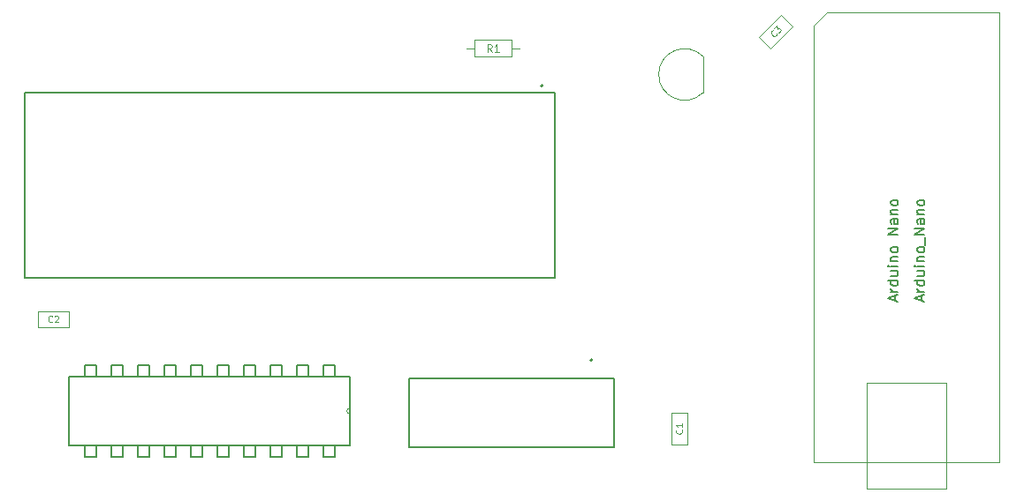
<source format=gbr>
G04 #@! TF.GenerationSoftware,KiCad,Pcbnew,8.99.0-unknown-5c22162d85~178~ubuntu22.04.1*
G04 #@! TF.CreationDate,2024-07-16T15:48:17+01:00*
G04 #@! TF.ProjectId,Leguino,4c656775-696e-46f2-9e6b-696361645f70,1.0.1*
G04 #@! TF.SameCoordinates,Original*
G04 #@! TF.FileFunction,AssemblyDrawing,Top*
%FSLAX46Y46*%
G04 Gerber Fmt 4.6, Leading zero omitted, Abs format (unit mm)*
G04 Created by KiCad (PCBNEW 8.99.0-unknown-5c22162d85~178~ubuntu22.04.1) date 2024-07-16 15:48:17*
%MOMM*%
%LPD*%
G01*
G04 APERTURE LIST*
%ADD10C,0.108000*%
%ADD11C,0.150000*%
%ADD12C,0.090000*%
%ADD13C,0.100000*%
%ADD14C,0.127000*%
%ADD15C,0.200000*%
%ADD16C,0.152400*%
G04 APERTURE END LIST*
D10*
X190266396Y-75441073D02*
X190026396Y-75098216D01*
X189854967Y-75441073D02*
X189854967Y-74721073D01*
X189854967Y-74721073D02*
X190129253Y-74721073D01*
X190129253Y-74721073D02*
X190197824Y-74755359D01*
X190197824Y-74755359D02*
X190232110Y-74789645D01*
X190232110Y-74789645D02*
X190266396Y-74858216D01*
X190266396Y-74858216D02*
X190266396Y-74961073D01*
X190266396Y-74961073D02*
X190232110Y-75029645D01*
X190232110Y-75029645D02*
X190197824Y-75063930D01*
X190197824Y-75063930D02*
X190129253Y-75098216D01*
X190129253Y-75098216D02*
X189854967Y-75098216D01*
X190952110Y-75441073D02*
X190540681Y-75441073D01*
X190746396Y-75441073D02*
X190746396Y-74721073D01*
X190746396Y-74721073D02*
X190677824Y-74823930D01*
X190677824Y-74823930D02*
X190609253Y-74892502D01*
X190609253Y-74892502D02*
X190540681Y-74926788D01*
D11*
X231449104Y-99357142D02*
X231449104Y-98880952D01*
X231734819Y-99452380D02*
X230734819Y-99119047D01*
X230734819Y-99119047D02*
X231734819Y-98785714D01*
X231734819Y-98452380D02*
X231068152Y-98452380D01*
X231258628Y-98452380D02*
X231163390Y-98404761D01*
X231163390Y-98404761D02*
X231115771Y-98357142D01*
X231115771Y-98357142D02*
X231068152Y-98261904D01*
X231068152Y-98261904D02*
X231068152Y-98166666D01*
X231734819Y-97404761D02*
X230734819Y-97404761D01*
X231687200Y-97404761D02*
X231734819Y-97499999D01*
X231734819Y-97499999D02*
X231734819Y-97690475D01*
X231734819Y-97690475D02*
X231687200Y-97785713D01*
X231687200Y-97785713D02*
X231639580Y-97833332D01*
X231639580Y-97833332D02*
X231544342Y-97880951D01*
X231544342Y-97880951D02*
X231258628Y-97880951D01*
X231258628Y-97880951D02*
X231163390Y-97833332D01*
X231163390Y-97833332D02*
X231115771Y-97785713D01*
X231115771Y-97785713D02*
X231068152Y-97690475D01*
X231068152Y-97690475D02*
X231068152Y-97499999D01*
X231068152Y-97499999D02*
X231115771Y-97404761D01*
X231068152Y-96499999D02*
X231734819Y-96499999D01*
X231068152Y-96928570D02*
X231591961Y-96928570D01*
X231591961Y-96928570D02*
X231687200Y-96880951D01*
X231687200Y-96880951D02*
X231734819Y-96785713D01*
X231734819Y-96785713D02*
X231734819Y-96642856D01*
X231734819Y-96642856D02*
X231687200Y-96547618D01*
X231687200Y-96547618D02*
X231639580Y-96499999D01*
X231734819Y-96023808D02*
X231068152Y-96023808D01*
X230734819Y-96023808D02*
X230782438Y-96071427D01*
X230782438Y-96071427D02*
X230830057Y-96023808D01*
X230830057Y-96023808D02*
X230782438Y-95976189D01*
X230782438Y-95976189D02*
X230734819Y-96023808D01*
X230734819Y-96023808D02*
X230830057Y-96023808D01*
X231068152Y-95547618D02*
X231734819Y-95547618D01*
X231163390Y-95547618D02*
X231115771Y-95499999D01*
X231115771Y-95499999D02*
X231068152Y-95404761D01*
X231068152Y-95404761D02*
X231068152Y-95261904D01*
X231068152Y-95261904D02*
X231115771Y-95166666D01*
X231115771Y-95166666D02*
X231211009Y-95119047D01*
X231211009Y-95119047D02*
X231734819Y-95119047D01*
X231734819Y-94499999D02*
X231687200Y-94595237D01*
X231687200Y-94595237D02*
X231639580Y-94642856D01*
X231639580Y-94642856D02*
X231544342Y-94690475D01*
X231544342Y-94690475D02*
X231258628Y-94690475D01*
X231258628Y-94690475D02*
X231163390Y-94642856D01*
X231163390Y-94642856D02*
X231115771Y-94595237D01*
X231115771Y-94595237D02*
X231068152Y-94499999D01*
X231068152Y-94499999D02*
X231068152Y-94357142D01*
X231068152Y-94357142D02*
X231115771Y-94261904D01*
X231115771Y-94261904D02*
X231163390Y-94214285D01*
X231163390Y-94214285D02*
X231258628Y-94166666D01*
X231258628Y-94166666D02*
X231544342Y-94166666D01*
X231544342Y-94166666D02*
X231639580Y-94214285D01*
X231639580Y-94214285D02*
X231687200Y-94261904D01*
X231687200Y-94261904D02*
X231734819Y-94357142D01*
X231734819Y-94357142D02*
X231734819Y-94499999D01*
X231830057Y-93976190D02*
X231830057Y-93214285D01*
X231734819Y-92976189D02*
X230734819Y-92976189D01*
X230734819Y-92976189D02*
X231734819Y-92404761D01*
X231734819Y-92404761D02*
X230734819Y-92404761D01*
X231734819Y-91499999D02*
X231211009Y-91499999D01*
X231211009Y-91499999D02*
X231115771Y-91547618D01*
X231115771Y-91547618D02*
X231068152Y-91642856D01*
X231068152Y-91642856D02*
X231068152Y-91833332D01*
X231068152Y-91833332D02*
X231115771Y-91928570D01*
X231687200Y-91499999D02*
X231734819Y-91595237D01*
X231734819Y-91595237D02*
X231734819Y-91833332D01*
X231734819Y-91833332D02*
X231687200Y-91928570D01*
X231687200Y-91928570D02*
X231591961Y-91976189D01*
X231591961Y-91976189D02*
X231496723Y-91976189D01*
X231496723Y-91976189D02*
X231401485Y-91928570D01*
X231401485Y-91928570D02*
X231353866Y-91833332D01*
X231353866Y-91833332D02*
X231353866Y-91595237D01*
X231353866Y-91595237D02*
X231306247Y-91499999D01*
X231068152Y-91023808D02*
X231734819Y-91023808D01*
X231163390Y-91023808D02*
X231115771Y-90976189D01*
X231115771Y-90976189D02*
X231068152Y-90880951D01*
X231068152Y-90880951D02*
X231068152Y-90738094D01*
X231068152Y-90738094D02*
X231115771Y-90642856D01*
X231115771Y-90642856D02*
X231211009Y-90595237D01*
X231211009Y-90595237D02*
X231734819Y-90595237D01*
X231734819Y-89976189D02*
X231687200Y-90071427D01*
X231687200Y-90071427D02*
X231639580Y-90119046D01*
X231639580Y-90119046D02*
X231544342Y-90166665D01*
X231544342Y-90166665D02*
X231258628Y-90166665D01*
X231258628Y-90166665D02*
X231163390Y-90119046D01*
X231163390Y-90119046D02*
X231115771Y-90071427D01*
X231115771Y-90071427D02*
X231068152Y-89976189D01*
X231068152Y-89976189D02*
X231068152Y-89833332D01*
X231068152Y-89833332D02*
X231115771Y-89738094D01*
X231115771Y-89738094D02*
X231163390Y-89690475D01*
X231163390Y-89690475D02*
X231258628Y-89642856D01*
X231258628Y-89642856D02*
X231544342Y-89642856D01*
X231544342Y-89642856D02*
X231639580Y-89690475D01*
X231639580Y-89690475D02*
X231687200Y-89738094D01*
X231687200Y-89738094D02*
X231734819Y-89833332D01*
X231734819Y-89833332D02*
X231734819Y-89976189D01*
X228909104Y-99357142D02*
X228909104Y-98880952D01*
X229194819Y-99452380D02*
X228194819Y-99119047D01*
X228194819Y-99119047D02*
X229194819Y-98785714D01*
X229194819Y-98452380D02*
X228528152Y-98452380D01*
X228718628Y-98452380D02*
X228623390Y-98404761D01*
X228623390Y-98404761D02*
X228575771Y-98357142D01*
X228575771Y-98357142D02*
X228528152Y-98261904D01*
X228528152Y-98261904D02*
X228528152Y-98166666D01*
X229194819Y-97404761D02*
X228194819Y-97404761D01*
X229147200Y-97404761D02*
X229194819Y-97499999D01*
X229194819Y-97499999D02*
X229194819Y-97690475D01*
X229194819Y-97690475D02*
X229147200Y-97785713D01*
X229147200Y-97785713D02*
X229099580Y-97833332D01*
X229099580Y-97833332D02*
X229004342Y-97880951D01*
X229004342Y-97880951D02*
X228718628Y-97880951D01*
X228718628Y-97880951D02*
X228623390Y-97833332D01*
X228623390Y-97833332D02*
X228575771Y-97785713D01*
X228575771Y-97785713D02*
X228528152Y-97690475D01*
X228528152Y-97690475D02*
X228528152Y-97499999D01*
X228528152Y-97499999D02*
X228575771Y-97404761D01*
X228528152Y-96499999D02*
X229194819Y-96499999D01*
X228528152Y-96928570D02*
X229051961Y-96928570D01*
X229051961Y-96928570D02*
X229147200Y-96880951D01*
X229147200Y-96880951D02*
X229194819Y-96785713D01*
X229194819Y-96785713D02*
X229194819Y-96642856D01*
X229194819Y-96642856D02*
X229147200Y-96547618D01*
X229147200Y-96547618D02*
X229099580Y-96499999D01*
X229194819Y-96023808D02*
X228528152Y-96023808D01*
X228194819Y-96023808D02*
X228242438Y-96071427D01*
X228242438Y-96071427D02*
X228290057Y-96023808D01*
X228290057Y-96023808D02*
X228242438Y-95976189D01*
X228242438Y-95976189D02*
X228194819Y-96023808D01*
X228194819Y-96023808D02*
X228290057Y-96023808D01*
X228528152Y-95547618D02*
X229194819Y-95547618D01*
X228623390Y-95547618D02*
X228575771Y-95499999D01*
X228575771Y-95499999D02*
X228528152Y-95404761D01*
X228528152Y-95404761D02*
X228528152Y-95261904D01*
X228528152Y-95261904D02*
X228575771Y-95166666D01*
X228575771Y-95166666D02*
X228671009Y-95119047D01*
X228671009Y-95119047D02*
X229194819Y-95119047D01*
X229194819Y-94499999D02*
X229147200Y-94595237D01*
X229147200Y-94595237D02*
X229099580Y-94642856D01*
X229099580Y-94642856D02*
X229004342Y-94690475D01*
X229004342Y-94690475D02*
X228718628Y-94690475D01*
X228718628Y-94690475D02*
X228623390Y-94642856D01*
X228623390Y-94642856D02*
X228575771Y-94595237D01*
X228575771Y-94595237D02*
X228528152Y-94499999D01*
X228528152Y-94499999D02*
X228528152Y-94357142D01*
X228528152Y-94357142D02*
X228575771Y-94261904D01*
X228575771Y-94261904D02*
X228623390Y-94214285D01*
X228623390Y-94214285D02*
X228718628Y-94166666D01*
X228718628Y-94166666D02*
X229004342Y-94166666D01*
X229004342Y-94166666D02*
X229099580Y-94214285D01*
X229099580Y-94214285D02*
X229147200Y-94261904D01*
X229147200Y-94261904D02*
X229194819Y-94357142D01*
X229194819Y-94357142D02*
X229194819Y-94499999D01*
X229194819Y-92976189D02*
X228194819Y-92976189D01*
X228194819Y-92976189D02*
X229194819Y-92404761D01*
X229194819Y-92404761D02*
X228194819Y-92404761D01*
X229194819Y-91499999D02*
X228671009Y-91499999D01*
X228671009Y-91499999D02*
X228575771Y-91547618D01*
X228575771Y-91547618D02*
X228528152Y-91642856D01*
X228528152Y-91642856D02*
X228528152Y-91833332D01*
X228528152Y-91833332D02*
X228575771Y-91928570D01*
X229147200Y-91499999D02*
X229194819Y-91595237D01*
X229194819Y-91595237D02*
X229194819Y-91833332D01*
X229194819Y-91833332D02*
X229147200Y-91928570D01*
X229147200Y-91928570D02*
X229051961Y-91976189D01*
X229051961Y-91976189D02*
X228956723Y-91976189D01*
X228956723Y-91976189D02*
X228861485Y-91928570D01*
X228861485Y-91928570D02*
X228813866Y-91833332D01*
X228813866Y-91833332D02*
X228813866Y-91595237D01*
X228813866Y-91595237D02*
X228766247Y-91499999D01*
X228528152Y-91023808D02*
X229194819Y-91023808D01*
X228623390Y-91023808D02*
X228575771Y-90976189D01*
X228575771Y-90976189D02*
X228528152Y-90880951D01*
X228528152Y-90880951D02*
X228528152Y-90738094D01*
X228528152Y-90738094D02*
X228575771Y-90642856D01*
X228575771Y-90642856D02*
X228671009Y-90595237D01*
X228671009Y-90595237D02*
X229194819Y-90595237D01*
X229194819Y-89976189D02*
X229147200Y-90071427D01*
X229147200Y-90071427D02*
X229099580Y-90119046D01*
X229099580Y-90119046D02*
X229004342Y-90166665D01*
X229004342Y-90166665D02*
X228718628Y-90166665D01*
X228718628Y-90166665D02*
X228623390Y-90119046D01*
X228623390Y-90119046D02*
X228575771Y-90071427D01*
X228575771Y-90071427D02*
X228528152Y-89976189D01*
X228528152Y-89976189D02*
X228528152Y-89833332D01*
X228528152Y-89833332D02*
X228575771Y-89738094D01*
X228575771Y-89738094D02*
X228623390Y-89690475D01*
X228623390Y-89690475D02*
X228718628Y-89642856D01*
X228718628Y-89642856D02*
X229004342Y-89642856D01*
X229004342Y-89642856D02*
X229099580Y-89690475D01*
X229099580Y-89690475D02*
X229147200Y-89738094D01*
X229147200Y-89738094D02*
X229194819Y-89833332D01*
X229194819Y-89833332D02*
X229194819Y-89976189D01*
D12*
X208470238Y-111713603D02*
X208498810Y-111742175D01*
X208498810Y-111742175D02*
X208527381Y-111827889D01*
X208527381Y-111827889D02*
X208527381Y-111885032D01*
X208527381Y-111885032D02*
X208498810Y-111970746D01*
X208498810Y-111970746D02*
X208441667Y-112027889D01*
X208441667Y-112027889D02*
X208384524Y-112056460D01*
X208384524Y-112056460D02*
X208270238Y-112085032D01*
X208270238Y-112085032D02*
X208184524Y-112085032D01*
X208184524Y-112085032D02*
X208070238Y-112056460D01*
X208070238Y-112056460D02*
X208013095Y-112027889D01*
X208013095Y-112027889D02*
X207955952Y-111970746D01*
X207955952Y-111970746D02*
X207927381Y-111885032D01*
X207927381Y-111885032D02*
X207927381Y-111827889D01*
X207927381Y-111827889D02*
X207955952Y-111742175D01*
X207955952Y-111742175D02*
X207984524Y-111713603D01*
X208527381Y-111142175D02*
X208527381Y-111485032D01*
X208527381Y-111313603D02*
X207927381Y-111313603D01*
X207927381Y-111313603D02*
X208013095Y-111370746D01*
X208013095Y-111370746D02*
X208070238Y-111427889D01*
X208070238Y-111427889D02*
X208098810Y-111485032D01*
X217581845Y-73723268D02*
X217581845Y-73763674D01*
X217581845Y-73763674D02*
X217541439Y-73844487D01*
X217541439Y-73844487D02*
X217501033Y-73884893D01*
X217501033Y-73884893D02*
X217420221Y-73925299D01*
X217420221Y-73925299D02*
X217339409Y-73925299D01*
X217339409Y-73925299D02*
X217278800Y-73905096D01*
X217278800Y-73905096D02*
X217177784Y-73844487D01*
X217177784Y-73844487D02*
X217117175Y-73783877D01*
X217117175Y-73783877D02*
X217056566Y-73682862D01*
X217056566Y-73682862D02*
X217036363Y-73622253D01*
X217036363Y-73622253D02*
X217036363Y-73541441D01*
X217036363Y-73541441D02*
X217076769Y-73460629D01*
X217076769Y-73460629D02*
X217117175Y-73420222D01*
X217117175Y-73420222D02*
X217197987Y-73379816D01*
X217197987Y-73379816D02*
X217238393Y-73379816D01*
X217339409Y-73197989D02*
X217602048Y-72935349D01*
X217602048Y-72935349D02*
X217622251Y-73238395D01*
X217622251Y-73238395D02*
X217682861Y-73177786D01*
X217682861Y-73177786D02*
X217743470Y-73157583D01*
X217743470Y-73157583D02*
X217783876Y-73157583D01*
X217783876Y-73157583D02*
X217844485Y-73177786D01*
X217844485Y-73177786D02*
X217945500Y-73278801D01*
X217945500Y-73278801D02*
X217965703Y-73339410D01*
X217965703Y-73339410D02*
X217965703Y-73379816D01*
X217965703Y-73379816D02*
X217945500Y-73440426D01*
X217945500Y-73440426D02*
X217824282Y-73561644D01*
X217824282Y-73561644D02*
X217763673Y-73581847D01*
X217763673Y-73581847D02*
X217723267Y-73581847D01*
X148154490Y-101329352D02*
X148125918Y-101357924D01*
X148125918Y-101357924D02*
X148040204Y-101386495D01*
X148040204Y-101386495D02*
X147983061Y-101386495D01*
X147983061Y-101386495D02*
X147897347Y-101357924D01*
X147897347Y-101357924D02*
X147840204Y-101300781D01*
X147840204Y-101300781D02*
X147811633Y-101243638D01*
X147811633Y-101243638D02*
X147783061Y-101129352D01*
X147783061Y-101129352D02*
X147783061Y-101043638D01*
X147783061Y-101043638D02*
X147811633Y-100929352D01*
X147811633Y-100929352D02*
X147840204Y-100872209D01*
X147840204Y-100872209D02*
X147897347Y-100815066D01*
X147897347Y-100815066D02*
X147983061Y-100786495D01*
X147983061Y-100786495D02*
X148040204Y-100786495D01*
X148040204Y-100786495D02*
X148125918Y-100815066D01*
X148125918Y-100815066D02*
X148154490Y-100843638D01*
X148383061Y-100843638D02*
X148411633Y-100815066D01*
X148411633Y-100815066D02*
X148468776Y-100786495D01*
X148468776Y-100786495D02*
X148611633Y-100786495D01*
X148611633Y-100786495D02*
X148668776Y-100815066D01*
X148668776Y-100815066D02*
X148697347Y-100843638D01*
X148697347Y-100843638D02*
X148725918Y-100900781D01*
X148725918Y-100900781D02*
X148725918Y-100957924D01*
X148725918Y-100957924D02*
X148697347Y-101043638D01*
X148697347Y-101043638D02*
X148354490Y-101386495D01*
X148354490Y-101386495D02*
X148725918Y-101386495D01*
D13*
X187846396Y-75113604D02*
X188586396Y-75113604D01*
X188586396Y-74313604D02*
X188586396Y-75913604D01*
X188586396Y-75913604D02*
X192186396Y-75913604D01*
X192186396Y-74313604D02*
X188586396Y-74313604D01*
X192186396Y-75913604D02*
X192186396Y-74313604D01*
X192926396Y-75113604D02*
X192186396Y-75113604D01*
D14*
X145544490Y-79343604D02*
X196344490Y-79343604D01*
X145544490Y-97123604D02*
X145544490Y-79343604D01*
X196344490Y-79343604D02*
X196344490Y-97123604D01*
X196344490Y-97123604D02*
X145544490Y-97123604D01*
D15*
X195174490Y-78693604D02*
G75*
G02*
X194974490Y-78693604I-100000J0D01*
G01*
X194974490Y-78693604D02*
G75*
G02*
X195174490Y-78693604I100000J0D01*
G01*
D13*
X210496396Y-79353604D02*
X210496396Y-75853604D01*
X206266396Y-77613604D02*
G75*
G02*
X210500021Y-75859979I2480000J0D01*
G01*
X210500021Y-79367229D02*
G75*
G02*
X206266396Y-77613604I-1753625J1753625D01*
G01*
D14*
X182329490Y-106783604D02*
X182329490Y-113383604D01*
X202019490Y-106783604D02*
X182329490Y-106783604D01*
X202019490Y-106783604D02*
X202019490Y-113383604D01*
X202019490Y-113383604D02*
X182329490Y-113383604D01*
D15*
X199894490Y-105028604D02*
G75*
G02*
X199694490Y-105028604I-100000J0D01*
G01*
X199694490Y-105028604D02*
G75*
G02*
X199894490Y-105028604I100000J0D01*
G01*
D16*
X149774396Y-106621604D02*
X149774396Y-113225604D01*
X149774396Y-113225604D02*
X176698396Y-113225604D01*
X151247596Y-105554804D02*
X151247596Y-106621604D01*
X151247596Y-106621604D02*
X152365196Y-106621604D01*
X151247596Y-113225604D02*
X151247596Y-114292404D01*
X151247596Y-114292404D02*
X152365196Y-114292404D01*
X152365196Y-105554804D02*
X151247596Y-105554804D01*
X152365196Y-106621604D02*
X152365196Y-105554804D01*
X152365196Y-113225604D02*
X151247596Y-113225604D01*
X152365196Y-114292404D02*
X152365196Y-113225604D01*
X153787596Y-105554804D02*
X153787596Y-106621604D01*
X153787596Y-106621604D02*
X154905196Y-106621604D01*
X153787596Y-113225604D02*
X153787596Y-114292404D01*
X153787596Y-114292404D02*
X154905196Y-114292404D01*
X154905196Y-105554804D02*
X153787596Y-105554804D01*
X154905196Y-106621604D02*
X154905196Y-105554804D01*
X154905196Y-113225604D02*
X153787596Y-113225604D01*
X154905196Y-114292404D02*
X154905196Y-113225604D01*
X156327596Y-105554804D02*
X156327596Y-106621604D01*
X156327596Y-106621604D02*
X157445196Y-106621604D01*
X156327596Y-113225604D02*
X156327596Y-114292404D01*
X156327596Y-114292404D02*
X157445196Y-114292404D01*
X157445196Y-105554804D02*
X156327596Y-105554804D01*
X157445196Y-106621604D02*
X157445196Y-105554804D01*
X157445196Y-113225604D02*
X156327596Y-113225604D01*
X157445196Y-114292404D02*
X157445196Y-113225604D01*
X158867596Y-105554804D02*
X158867596Y-106621604D01*
X158867596Y-106621604D02*
X159985196Y-106621604D01*
X158867596Y-113225604D02*
X158867596Y-114292404D01*
X158867596Y-114292404D02*
X159985196Y-114292404D01*
X159985196Y-105554804D02*
X158867596Y-105554804D01*
X159985196Y-106621604D02*
X159985196Y-105554804D01*
X159985196Y-113225604D02*
X158867596Y-113225604D01*
X159985196Y-114292404D02*
X159985196Y-113225604D01*
X161407596Y-105554804D02*
X161407596Y-106621604D01*
X161407596Y-106621604D02*
X162525196Y-106621604D01*
X161407596Y-113225604D02*
X161407596Y-114292404D01*
X161407596Y-114292404D02*
X162525196Y-114292404D01*
X162525196Y-105554804D02*
X161407596Y-105554804D01*
X162525196Y-106621604D02*
X162525196Y-105554804D01*
X162525196Y-113225604D02*
X161407596Y-113225604D01*
X162525196Y-114292404D02*
X162525196Y-113225604D01*
X163947596Y-105554804D02*
X163947596Y-106621604D01*
X163947596Y-106621604D02*
X165065196Y-106621604D01*
X163947596Y-113225604D02*
X163947596Y-114292404D01*
X163947596Y-114292404D02*
X165065196Y-114292404D01*
X165065196Y-105554804D02*
X163947596Y-105554804D01*
X165065196Y-106621604D02*
X165065196Y-105554804D01*
X165065196Y-113225604D02*
X163947596Y-113225604D01*
X165065196Y-114292404D02*
X165065196Y-113225604D01*
X166487596Y-105554804D02*
X166487596Y-106621604D01*
X166487596Y-106621604D02*
X167605196Y-106621604D01*
X166487596Y-113225604D02*
X166487596Y-114292404D01*
X166487596Y-114292404D02*
X167605196Y-114292404D01*
X167605196Y-105554804D02*
X166487596Y-105554804D01*
X167605196Y-106621604D02*
X167605196Y-105554804D01*
X167605196Y-113225604D02*
X166487596Y-113225604D01*
X167605196Y-114292404D02*
X167605196Y-113225604D01*
X169027596Y-105554804D02*
X169027596Y-106621604D01*
X169027596Y-106621604D02*
X170145196Y-106621604D01*
X169027596Y-113225604D02*
X169027596Y-114292404D01*
X169027596Y-114292404D02*
X170145196Y-114292404D01*
X170145196Y-105554804D02*
X169027596Y-105554804D01*
X170145196Y-106621604D02*
X170145196Y-105554804D01*
X170145196Y-113225604D02*
X169027596Y-113225604D01*
X170145196Y-114292404D02*
X170145196Y-113225604D01*
X171567596Y-105554804D02*
X171567596Y-106621604D01*
X171567596Y-106621604D02*
X172685196Y-106621604D01*
X171567596Y-113225604D02*
X171567596Y-114292404D01*
X171567596Y-114292404D02*
X172685196Y-114292404D01*
X172685196Y-105554804D02*
X171567596Y-105554804D01*
X172685196Y-106621604D02*
X172685196Y-105554804D01*
X172685196Y-113225604D02*
X171567596Y-113225604D01*
X172685196Y-114292404D02*
X172685196Y-113225604D01*
X174107596Y-105554804D02*
X174107596Y-106621604D01*
X174107596Y-106621604D02*
X175225196Y-106621604D01*
X174107596Y-113225604D02*
X174107596Y-114292404D01*
X174107596Y-114292404D02*
X175225196Y-114292404D01*
X175225196Y-105554804D02*
X174107596Y-105554804D01*
X175225196Y-106621604D02*
X175225196Y-105554804D01*
X175225196Y-113225604D02*
X174107596Y-113225604D01*
X175225196Y-114292404D02*
X175225196Y-113225604D01*
X176698396Y-106621604D02*
X149774396Y-106621604D01*
X176698396Y-109618804D02*
X176698396Y-106621604D01*
X176698396Y-110228404D02*
X176698396Y-109618804D01*
X176698396Y-113225604D02*
X176698396Y-110228404D01*
D13*
X176698396Y-110228404D02*
G75*
G02*
X176698396Y-109618804I0J304800D01*
G01*
X221120000Y-72910000D02*
X222390000Y-71640000D01*
X221120000Y-114820000D02*
X221120000Y-72910000D01*
X222390000Y-71640000D02*
X238900000Y-71640000D01*
X226200000Y-107200000D02*
X233820000Y-107200000D01*
X226200000Y-117360000D02*
X226200000Y-107200000D01*
X233820000Y-107200000D02*
X233820000Y-117360000D01*
X233820000Y-117360000D02*
X226200000Y-117360000D01*
X238900000Y-71640000D02*
X238900000Y-114820000D01*
X238900000Y-114820000D02*
X221120000Y-114820000D01*
X207454490Y-110113604D02*
X207454490Y-113113604D01*
X207454490Y-113113604D02*
X209054490Y-113113604D01*
X209054490Y-110113604D02*
X207454490Y-110113604D01*
X209054490Y-113113604D02*
X209054490Y-110113604D01*
X215873654Y-73994975D02*
X217005025Y-75126346D01*
X217005025Y-75126346D02*
X219126344Y-73005025D01*
X217994974Y-71873655D02*
X215873654Y-73994975D01*
X219126344Y-73005025D02*
X217994974Y-71873655D01*
X146754490Y-100313604D02*
X146754490Y-101913604D01*
X146754490Y-101913604D02*
X149754490Y-101913604D01*
X149754490Y-100313604D02*
X146754490Y-100313604D01*
X149754490Y-101913604D02*
X149754490Y-100313604D01*
M02*

</source>
